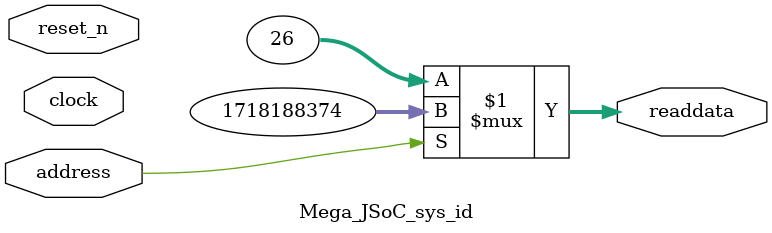
<source format=v>

`timescale 1ns / 1ps
// synthesis translate_on

// turn off superfluous verilog processor warnings 
// altera message_level Level1 
// altera message_off 10034 10035 10036 10037 10230 10240 10030 

module Mega_JSoC_sys_id (
               // inputs:
                address,
                clock,
                reset_n,

               // outputs:
                readdata
             )
;

  output  [ 31: 0] readdata;
  input            address;
  input            clock;
  input            reset_n;

  wire    [ 31: 0] readdata;
  //control_slave, which is an e_avalon_slave
  assign readdata = address ? 1718188374 : 26;

endmodule




</source>
